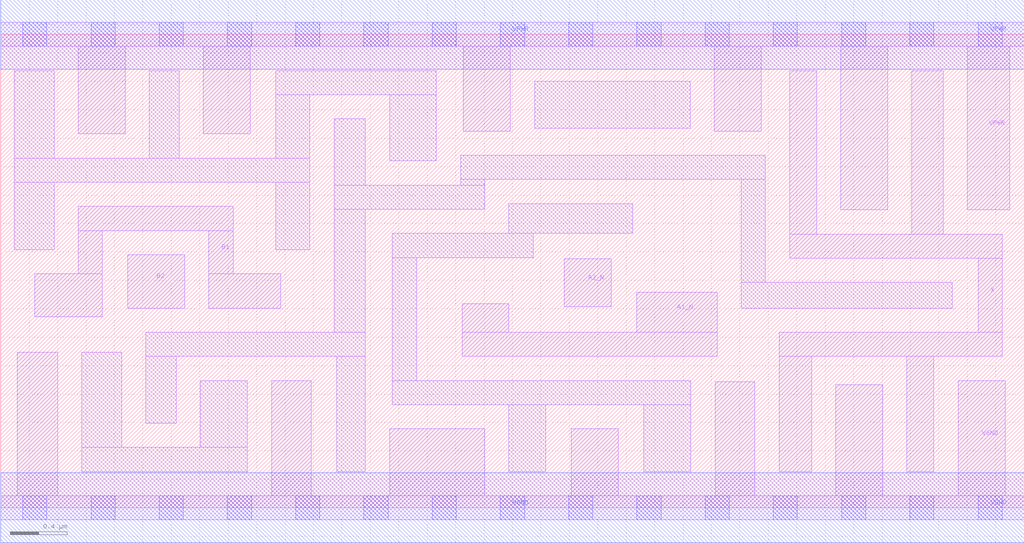
<source format=lef>
# Copyright 2020 The SkyWater PDK Authors
#
# Licensed under the Apache License, Version 2.0 (the "License");
# you may not use this file except in compliance with the License.
# You may obtain a copy of the License at
#
#     https://www.apache.org/licenses/LICENSE-2.0
#
# Unless required by applicable law or agreed to in writing, software
# distributed under the License is distributed on an "AS IS" BASIS,
# WITHOUT WARRANTIES OR CONDITIONS OF ANY KIND, either express or implied.
# See the License for the specific language governing permissions and
# limitations under the License.
#
# SPDX-License-Identifier: Apache-2.0

VERSION 5.7 ;
  NAMESCASESENSITIVE ON ;
  NOWIREEXTENSIONATPIN ON ;
  DIVIDERCHAR "/" ;
  BUSBITCHARS "[]" ;
UNITS
  DATABASE MICRONS 200 ;
END UNITS
MACRO sky130_fd_sc_lp__a2bb2o_4
  CLASS CORE ;
  SOURCE USER ;
  FOREIGN sky130_fd_sc_lp__a2bb2o_4 ;
  ORIGIN  0.000000  0.000000 ;
  SIZE  7.200000 BY  3.330000 ;
  SYMMETRY X Y R90 ;
  SITE unit ;
  PIN A1_N
    ANTENNAGATEAREA  0.630000 ;
    DIRECTION INPUT ;
    USE SIGNAL ;
    PORT
      LAYER li1 ;
        RECT 3.245000 1.065000 5.040000 1.235000 ;
        RECT 3.245000 1.235000 3.575000 1.435000 ;
        RECT 4.475000 1.235000 5.040000 1.515000 ;
    END
  END A1_N
  PIN A2_N
    ANTENNAGATEAREA  0.630000 ;
    DIRECTION INPUT ;
    USE SIGNAL ;
    PORT
      LAYER li1 ;
        RECT 3.965000 1.415000 4.295000 1.750000 ;
    END
  END A2_N
  PIN B1
    ANTENNAGATEAREA  0.630000 ;
    DIRECTION INPUT ;
    USE SIGNAL ;
    PORT
      LAYER li1 ;
        RECT 0.240000 1.345000 0.715000 1.645000 ;
        RECT 0.545000 1.645000 0.715000 1.950000 ;
        RECT 0.545000 1.950000 1.635000 2.120000 ;
        RECT 1.465000 1.405000 1.970000 1.645000 ;
        RECT 1.465000 1.645000 1.635000 1.950000 ;
    END
  END B1
  PIN B2
    ANTENNAGATEAREA  0.630000 ;
    DIRECTION INPUT ;
    USE SIGNAL ;
    PORT
      LAYER li1 ;
        RECT 0.895000 1.405000 1.295000 1.780000 ;
    END
  END B2
  PIN X
    ANTENNADIFFAREA  1.188600 ;
    DIRECTION OUTPUT ;
    USE SIGNAL ;
    PORT
      LAYER li1 ;
        RECT 5.475000 0.255000 5.705000 1.065000 ;
        RECT 5.475000 1.065000 7.045000 1.235000 ;
        RECT 5.550000 1.755000 7.045000 1.925000 ;
        RECT 5.550000 1.925000 5.740000 3.075000 ;
        RECT 6.375000 0.255000 6.565000 1.065000 ;
        RECT 6.410000 1.925000 6.630000 3.075000 ;
        RECT 6.875000 1.235000 7.045000 1.755000 ;
    END
  END X
  PIN VGND
    DIRECTION INOUT ;
    USE GROUND ;
    PORT
      LAYER li1 ;
        RECT 0.000000 -0.085000 7.200000 0.085000 ;
        RECT 0.115000  0.085000 0.400000 1.095000 ;
        RECT 1.905000  0.085000 2.185000 0.895000 ;
        RECT 2.735000  0.085000 3.405000 0.555000 ;
        RECT 4.015000  0.085000 4.345000 0.555000 ;
        RECT 5.025000  0.085000 5.305000 0.885000 ;
        RECT 5.875000  0.085000 6.205000 0.865000 ;
        RECT 6.735000  0.085000 7.065000 0.895000 ;
      LAYER mcon ;
        RECT 0.155000 -0.085000 0.325000 0.085000 ;
        RECT 0.635000 -0.085000 0.805000 0.085000 ;
        RECT 1.115000 -0.085000 1.285000 0.085000 ;
        RECT 1.595000 -0.085000 1.765000 0.085000 ;
        RECT 2.075000 -0.085000 2.245000 0.085000 ;
        RECT 2.555000 -0.085000 2.725000 0.085000 ;
        RECT 3.035000 -0.085000 3.205000 0.085000 ;
        RECT 3.515000 -0.085000 3.685000 0.085000 ;
        RECT 3.995000 -0.085000 4.165000 0.085000 ;
        RECT 4.475000 -0.085000 4.645000 0.085000 ;
        RECT 4.955000 -0.085000 5.125000 0.085000 ;
        RECT 5.435000 -0.085000 5.605000 0.085000 ;
        RECT 5.915000 -0.085000 6.085000 0.085000 ;
        RECT 6.395000 -0.085000 6.565000 0.085000 ;
        RECT 6.875000 -0.085000 7.045000 0.085000 ;
      LAYER met1 ;
        RECT 0.000000 -0.245000 7.200000 0.245000 ;
    END
  END VGND
  PIN VPWR
    DIRECTION INOUT ;
    USE POWER ;
    PORT
      LAYER li1 ;
        RECT 0.000000 3.245000 7.200000 3.415000 ;
        RECT 0.545000 2.630000 0.875000 3.245000 ;
        RECT 1.425000 2.630000 1.755000 3.245000 ;
        RECT 3.255000 2.650000 3.585000 3.245000 ;
        RECT 5.020000 2.650000 5.350000 3.245000 ;
        RECT 5.910000 2.095000 6.240000 3.245000 ;
        RECT 6.800000 2.095000 7.100000 3.245000 ;
      LAYER mcon ;
        RECT 0.155000 3.245000 0.325000 3.415000 ;
        RECT 0.635000 3.245000 0.805000 3.415000 ;
        RECT 1.115000 3.245000 1.285000 3.415000 ;
        RECT 1.595000 3.245000 1.765000 3.415000 ;
        RECT 2.075000 3.245000 2.245000 3.415000 ;
        RECT 2.555000 3.245000 2.725000 3.415000 ;
        RECT 3.035000 3.245000 3.205000 3.415000 ;
        RECT 3.515000 3.245000 3.685000 3.415000 ;
        RECT 3.995000 3.245000 4.165000 3.415000 ;
        RECT 4.475000 3.245000 4.645000 3.415000 ;
        RECT 4.955000 3.245000 5.125000 3.415000 ;
        RECT 5.435000 3.245000 5.605000 3.415000 ;
        RECT 5.915000 3.245000 6.085000 3.415000 ;
        RECT 6.395000 3.245000 6.565000 3.415000 ;
        RECT 6.875000 3.245000 7.045000 3.415000 ;
      LAYER met1 ;
        RECT 0.000000 3.085000 7.200000 3.575000 ;
    END
  END VPWR
  OBS
    LAYER li1 ;
      RECT 0.095000 1.815000 0.375000 2.290000 ;
      RECT 0.095000 2.290000 2.175000 2.460000 ;
      RECT 0.095000 2.460000 0.375000 3.075000 ;
      RECT 0.570000 0.255000 1.735000 0.425000 ;
      RECT 0.570000 0.425000 0.850000 1.095000 ;
      RECT 1.020000 0.595000 1.235000 1.065000 ;
      RECT 1.020000 1.065000 2.565000 1.235000 ;
      RECT 1.045000 2.460000 1.255000 3.075000 ;
      RECT 1.405000 0.425000 1.735000 0.895000 ;
      RECT 1.935000 1.815000 2.175000 2.290000 ;
      RECT 1.935000 2.460000 2.175000 2.905000 ;
      RECT 1.935000 2.905000 3.065000 3.075000 ;
      RECT 2.345000 1.235000 2.565000 2.100000 ;
      RECT 2.345000 2.100000 3.405000 2.270000 ;
      RECT 2.345000 2.270000 2.565000 2.735000 ;
      RECT 2.365000 0.255000 2.565000 1.065000 ;
      RECT 2.735000 2.440000 3.065000 2.905000 ;
      RECT 2.755000 0.725000 4.855000 0.895000 ;
      RECT 2.755000 0.895000 2.925000 1.760000 ;
      RECT 2.755000 1.760000 3.745000 1.930000 ;
      RECT 3.235000 2.270000 3.405000 2.310000 ;
      RECT 3.235000 2.310000 5.380000 2.480000 ;
      RECT 3.575000 0.255000 3.835000 0.725000 ;
      RECT 3.575000 1.930000 4.445000 2.140000 ;
      RECT 3.755000 2.670000 4.850000 3.000000 ;
      RECT 4.525000 0.255000 4.855000 0.725000 ;
      RECT 5.210000 1.405000 6.695000 1.585000 ;
      RECT 5.210000 1.585000 5.380000 2.310000 ;
  END
END sky130_fd_sc_lp__a2bb2o_4

</source>
